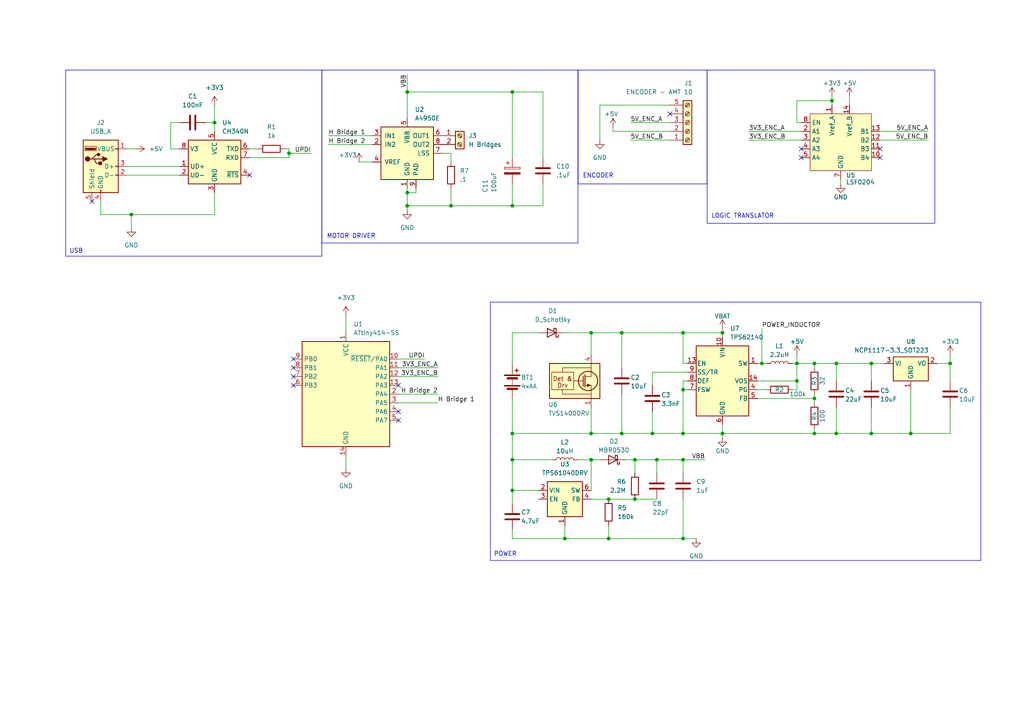
<source format=kicad_sch>
(kicad_sch (version 20231120) (generator "eeschema") (generator_version "8.0")
  (paper "A4")
  (lib_symbols
    (symbol "Connector:Screw_Terminal_01x02" (pin_names (offset 1.016) hide)
      (property "Reference" "J" (at 0 2.54 0))
      (property "Value" "Screw_Terminal_01x02" (at 0 -5.08 0))
      (symbol "Screw_Terminal_01x02_1_1"
        (rectangle (start -1.27 1.27) (end 1.27 -3.81) (stroke (width 0.254)) (fill (type background)))
        (circle (center 0 -2.54) (radius 0.635) (stroke (width 0.1524)))
        (polyline (pts (xy -0.5334 -2.2098) (xy 0.3302 -3.048)) (stroke (width 0.1524)))
        (polyline (pts (xy -0.5334 0.3302) (xy 0.3302 -0.508)) (stroke (width 0.1524)))
        (polyline (pts (xy -0.3556 -2.032) (xy 0.508 -2.8702)) (stroke (width 0.1524)))
        (polyline (pts (xy -0.3556 0.508) (xy 0.508 -0.3302)) (stroke (width 0.1524)))
        (circle (center 0 0) (radius 0.635) (stroke (width 0.1524)))
        (pin passive line (at -5.08 0 0) (length 3.81) (name "Pin_1") (number "1"))
        (pin passive line (at -5.08 -2.54 0) (length 3.81) (name "Pin_2") (number "2"))
      )
    )
    (symbol "Connector:Screw_Terminal_01x05" (pin_names (offset 1.016) hide)
      (property "Reference" "J" (at 0 7.62 0))
      (property "Value" "Screw_Terminal_01x05" (at 0 -7.62 0))
      (symbol "Screw_Terminal_01x05_1_1"
        (rectangle (start -1.27 6.35) (end 1.27 -6.35) (stroke (width 0.254)) (fill (type background)))
        (circle (center 0 -5.08) (radius 0.635) (stroke (width 0.1524)))
        (circle (center 0 -2.54) (radius 0.635) (stroke (width 0.1524)))
        (polyline (pts (xy -0.5334 -4.7498) (xy 0.3302 -5.588)) (stroke (width 0.1524)))
        (polyline (pts (xy -0.5334 -2.2098) (xy 0.3302 -3.048)) (stroke (width 0.1524)))
        (polyline (pts (xy -0.5334 0.3302) (xy 0.3302 -0.508)) (stroke (width 0.1524)))
        (polyline (pts (xy -0.5334 2.8702) (xy 0.3302 2.032)) (stroke (width 0.1524)))
        (polyline (pts (xy -0.5334 5.4102) (xy 0.3302 4.572)) (stroke (width 0.1524)))
        (polyline (pts (xy -0.3556 -4.572) (xy 0.508 -5.4102)) (stroke (width 0.1524)))
        (polyline (pts (xy -0.3556 -2.032) (xy 0.508 -2.8702)) (stroke (width 0.1524)))
        (polyline (pts (xy -0.3556 0.508) (xy 0.508 -0.3302)) (stroke (width 0.1524)))
        (polyline (pts (xy -0.3556 3.048) (xy 0.508 2.2098)) (stroke (width 0.1524)))
        (polyline (pts (xy -0.3556 5.588) (xy 0.508 4.7498)) (stroke (width 0.1524)))
        (circle (center 0 0) (radius 0.635) (stroke (width 0.1524)))
        (circle (center 0 2.54) (radius 0.635) (stroke (width 0.1524)))
        (circle (center 0 5.08) (radius 0.635) (stroke (width 0.1524)))
        (pin passive line (at -5.08 5.08 0) (length 3.81) (name "Pin_1") (number "1"))
        (pin passive line (at -5.08 2.54 0) (length 3.81) (name "Pin_2") (number "2"))
        (pin passive line (at -5.08 0 0) (length 3.81) (name "Pin_3") (number "3"))
        (pin passive line (at -5.08 -2.54 0) (length 3.81) (name "Pin_4") (number "4"))
        (pin passive line (at -5.08 -5.08 0) (length 3.81) (name "Pin_5") (number "5"))
      )
    )
    (symbol "Connector:USB_A" (pin_names (offset 1.016))
      (property "Reference" "J" (at -5.08 11.43 0))
      (property "Value" "USB_A" (at -5.08 8.89 0))
      (symbol "USB_A_0_1"
        (rectangle (start -5.08 -7.62) (end 5.08 7.62) (stroke (width 0.254)) (fill (type background)))
        (circle (center -3.81 2.159) (radius 0.635) (stroke (width 0.254)) (fill (type outline)))
        (rectangle (start -1.524 4.826) (end -4.318 5.334) (fill (type outline)))
        (rectangle (start -1.27 4.572) (end -4.572 5.842))
        (circle (center -0.635 3.429) (radius 0.381) (stroke (width 0.254)) (fill (type outline)))
        (rectangle (start -0.127 -7.62) (end 0.127 -6.858))
        (polyline (pts (xy -3.175 2.159) (xy -2.54 2.159) (xy -1.27 3.429) (xy -0.635 3.429)) (stroke (width 0.254)))
        (polyline (pts (xy -2.54 2.159) (xy -1.905 2.159) (xy -1.27 0.889) (xy 0 0.889)) (stroke (width 0.254)))
        (polyline (pts (xy 0.635 2.794) (xy 0.635 1.524) (xy 1.905 2.159) (xy 0.635 2.794)) (stroke (width 0.254)) (fill (type outline)))
        (rectangle (start 0.254 1.27) (end -0.508 0.508) (stroke (width 0.254)) (fill (type outline)))
        (rectangle (start 5.08 -2.667) (end 4.318 -2.413))
        (rectangle (start 5.08 -0.127) (end 4.318 0.127))
        (rectangle (start 5.08 4.953) (end 4.318 5.207))
      )
      (symbol "USB_A_1_1"
        (polyline (pts (xy -1.905 2.159) (xy 0.635 2.159)) (stroke (width 0.254)))
        (pin power_in line (at 7.62 5.08 180) (length 2.54) (name "VBUS") (number "1"))
        (pin bidirectional line (at 7.62 -2.54 180) (length 2.54) (name "D-") (number "2"))
        (pin bidirectional line (at 7.62 0 180) (length 2.54) (name "D+") (number "3"))
        (pin power_in line (at 0 -10.16 90) (length 2.54) (name "GND") (number "4"))
        (pin passive line (at -2.54 -10.16 90) (length 2.54) (name "Shield") (number "5"))
      )
    )
    (symbol "Device:Battery" (pin_numbers hide) (pin_names (offset 0) hide)
      (property "Reference" "BT" (at 2.54 2.54 0))
      (property "Value" "Battery" (at 2.54 0 0))
      (symbol "Battery_0_1"
        (rectangle (start -2.286 -1.27) (end 2.286 -1.524) (fill (type outline)))
        (rectangle (start -2.286 1.778) (end 2.286 1.524) (fill (type outline)))
        (rectangle (start -1.524 -2.032) (end 1.524 -2.54) (fill (type outline)))
        (rectangle (start -1.524 1.016) (end 1.524 0.508) (fill (type outline)))
        (polyline (pts (xy 0 -1.016) (xy 0 -0.762)))
        (polyline (pts (xy 0 -0.508) (xy 0 -0.254)))
        (polyline (pts (xy 0 0) (xy 0 0.254)))
        (polyline (pts (xy 0 1.778) (xy 0 2.54)))
        (polyline (pts (xy 0.762 3.048) (xy 1.778 3.048)) (stroke (width 0.254)))
        (polyline (pts (xy 1.27 3.556) (xy 1.27 2.54)) (stroke (width 0.254)))
      )
      (symbol "Battery_1_1"
        (pin passive line (at 0 5.08 270) (length 2.54) (name "+") (number "1"))
        (pin passive line (at 0 -5.08 90) (length 2.54) (name "-") (number "2"))
      )
    )
    (symbol "Device:C" (pin_numbers hide) (pin_names (offset 0.254))
      (property "Reference" "C" (at 0.635 2.54 0))
      (property "Value" "C" (at 0.635 -2.54 0))
      (symbol "C_0_1"
        (polyline (pts (xy -2.032 -0.762) (xy 2.032 -0.762)) (stroke (width 0.508)))
        (polyline (pts (xy -2.032 0.762) (xy 2.032 0.762)) (stroke (width 0.508)))
      )
      (symbol "C_1_1"
        (pin passive line (at 0 3.81 270) (length 2.794) (name "~") (number "1"))
        (pin passive line (at 0 -3.81 90) (length 2.794) (name "~") (number "2"))
      )
    )
    (symbol "Device:C_Polarized" (pin_numbers hide) (pin_names (offset 0.254))
      (property "Reference" "C" (at 0.635 2.54 0))
      (property "Value" "C_Polarized" (at 0.635 -2.54 0))
      (symbol "C_Polarized_0_1"
        (rectangle (start -2.286 0.508) (end 2.286 1.016))
        (polyline (pts (xy -1.778 2.286) (xy -0.762 2.286)))
        (polyline (pts (xy -1.27 2.794) (xy -1.27 1.778)))
        (rectangle (start 2.286 -0.508) (end -2.286 -1.016) (fill (type outline)))
      )
      (symbol "C_Polarized_1_1"
        (pin passive line (at 0 3.81 270) (length 2.794) (name "~") (number "1"))
        (pin passive line (at 0 -3.81 90) (length 2.794) (name "~") (number "2"))
      )
    )
    (symbol "Device:D_Schottky" (pin_numbers hide) (pin_names (offset 1.016) hide)
      (property "Reference" "D" (at 0 2.54 0))
      (property "Value" "D_Schottky" (at 0 -2.54 0))
      (symbol "D_Schottky_0_1"
        (polyline (pts (xy 1.27 0) (xy -1.27 0)))
        (polyline (pts (xy 1.27 1.27) (xy 1.27 -1.27) (xy -1.27 0) (xy 1.27 1.27)) (stroke (width 0.254)))
        (polyline (pts (xy -1.905 0.635) (xy -1.905 1.27) (xy -1.27 1.27) (xy -1.27 -1.27) (xy -0.635 -1.27) (xy -0.635 -0.635)) (stroke (width 0.254)))
      )
      (symbol "D_Schottky_1_1"
        (pin passive line (at -3.81 0 0) (length 2.54) (name "K") (number "1"))
        (pin passive line (at 3.81 0 180) (length 2.54) (name "A") (number "2"))
      )
    )
    (symbol "Device:L" (pin_numbers hide) (pin_names (offset 1.016) hide)
      (property "Reference" "L" (at -1.27 0 90))
      (property "Value" "L" (at 1.905 0 90))
      (symbol "L_0_1"
        (arc (start 0 -2.54) (mid 0.6323 -1.905) (end 0 -1.27))
        (arc (start 0 -1.27) (mid 0.6323 -0.635) (end 0 0))
        (arc (start 0 0) (mid 0.6323 0.635) (end 0 1.27))
        (arc (start 0 1.27) (mid 0.6323 1.905) (end 0 2.54))
      )
      (symbol "L_1_1"
        (pin passive line (at 0 3.81 270) (length 1.27) (name "1") (number "1"))
        (pin passive line (at 0 -3.81 90) (length 1.27) (name "2") (number "2"))
      )
    )
    (symbol "Device:R" (pin_numbers hide) (pin_names (offset 0))
      (property "Reference" "R" (at 2.032 0 90))
      (property "Value" "R" (at 0 0 90))
      (symbol "R_0_1"
        (rectangle (start -1.016 -2.54) (end 1.016 2.54) (stroke (width 0.254)))
      )
      (symbol "R_1_1"
        (pin passive line (at 0 3.81 270) (length 1.27) (name "~") (number "1"))
        (pin passive line (at 0 -3.81 90) (length 1.27) (name "~") (number "2"))
      )
    )
    (symbol "Diode:MBR0530" (pin_numbers hide) (pin_names (offset 1.016) hide)
      (property "Reference" "D" (at 0 2.54 0))
      (property "Value" "MBR0530" (at 0 -2.54 0))
      (symbol "MBR0530_0_1"
        (polyline (pts (xy 1.27 0) (xy -1.27 0)))
        (polyline (pts (xy 1.27 1.27) (xy 1.27 -1.27) (xy -1.27 0) (xy 1.27 1.27)) (stroke (width 0.254)))
        (polyline (pts (xy -1.905 0.635) (xy -1.905 1.27) (xy -1.27 1.27) (xy -1.27 -1.27) (xy -0.635 -1.27) (xy -0.635 -0.635)) (stroke (width 0.254)))
      )
      (symbol "MBR0530_1_1"
        (pin passive line (at -3.81 0 0) (length 2.54) (name "K") (number "1"))
        (pin passive line (at 3.81 0 180) (length 2.54) (name "A") (number "2"))
      )
    )
    (symbol "Driver_Motor:A4950E" (pin_names (offset 1.016))
      (property "Reference" "U" (at -7.62 8.89 0))
      (property "Value" "A4950E" (at 5.08 8.89 0))
      (symbol "A4950E_0_1"
        (rectangle (start -7.62 7.62) (end 7.62 -7.62) (stroke (width 0.254)) (fill (type background)))
      )
      (symbol "A4950E_1_1"
        (pin power_in line (at 0 -10.16 90) (length 2.54) (name "GND") (number "1"))
        (pin input line (at -10.16 2.54 0) (length 2.54) (name "IN2") (number "2"))
        (pin input line (at -10.16 5.08 0) (length 2.54) (name "IN1") (number "3"))
        (pin passive line (at -10.16 -2.54 0) (length 2.54) (name "VREF") (number "4"))
        (pin power_in line (at 0 10.16 270) (length 2.54) (name "VBB") (number "5"))
        (pin power_out line (at 10.16 5.08 180) (length 2.54) (name "OUT1") (number "6"))
        (pin power_in line (at 10.16 0 180) (length 2.54) (name "LSS") (number "7"))
        (pin power_out line (at 10.16 2.54 180) (length 2.54) (name "OUT2") (number "8"))
        (pin power_in line (at 2.54 -10.16 90) (length 2.54) (name "PAD") (number "9"))
      )
    )
    (symbol "Interface_USB:CH340N"
      (property "Reference" "U" (at -7.62 6.35 0))
      (property "Value" "CH340N" (at 7.62 6.35 0))
      (symbol "CH340N_0_1"
        (rectangle (start -7.62 5.08) (end 7.62 -7.62) (stroke (width 0.254)) (fill (type background)))
      )
      (symbol "CH340N_1_1"
        (pin bidirectional line (at -10.16 -2.54 0) (length 2.54) (name "UD+") (number "1"))
        (pin bidirectional line (at -10.16 -5.08 0) (length 2.54) (name "UD-") (number "2"))
        (pin power_in line (at 0 -10.16 90) (length 2.54) (name "GND") (number "3"))
        (pin output line (at 10.16 -5.08 180) (length 2.54) (name "~{RTS}") (number "4"))
        (pin power_in line (at 0 7.62 270) (length 2.54) (name "VCC") (number "5"))
        (pin output line (at 10.16 2.54 180) (length 2.54) (name "TXD") (number "6"))
        (pin input line (at 10.16 0 180) (length 2.54) (name "RXD") (number "7"))
        (pin passive line (at -10.16 2.54 0) (length 2.54) (name "V3") (number "8"))
      )
    )
    (symbol "LSF0204:LSF0204"
      (property "Reference" "U" (at 3.302 5.334 0))
      (property "Value" "LSF0204" (at 5.08 -14.224 0))
      (symbol "LSF0204_1_1"
        (rectangle (start -8.89 3.81) (end 8.89 -12.7) (fill (type background)))
        (pin power_in line (at -2.54 6.35 270) (length 2.54) (name "Vref_A") (number "1"))
        (pin bidirectional line (at 11.43 -8.89 180) (length 2.54) (name "B4") (number "10"))
        (pin bidirectional line (at 11.43 -6.35 180) (length 2.54) (name "B3") (number "11"))
        (pin bidirectional line (at 11.43 -3.81 180) (length 2.54) (name "B2") (number "12"))
        (pin bidirectional line (at 11.43 -1.27 180) (length 2.54) (name "B1") (number "13"))
        (pin power_in line (at 2.54 6.35 270) (length 2.54) (name "Vref_B") (number "14"))
        (pin bidirectional line (at -11.43 -1.27 0) (length 2.54) (name "A1") (number "2"))
        (pin bidirectional line (at -11.43 -3.81 0) (length 2.54) (name "A2") (number "3"))
        (pin bidirectional line (at -11.43 -6.35 0) (length 2.54) (name "A3") (number "4"))
        (pin bidirectional line (at -11.43 -8.89 0) (length 2.54) (name "A4") (number "5"))
        (pin power_in line (at 0 -15.24 90) (length 2.54) (name "GND") (number "7"))
        (pin input line (at -11.43 1.27 0) (length 2.54) (name "EN") (number "8"))
      )
    )
    (symbol "MCU_Microchip_ATtiny:ATtiny414-SS"
      (property "Reference" "U" (at -12.7 16.51 0))
      (property "Value" "ATtiny414-SS" (at 2.54 -16.51 0))
      (symbol "ATtiny414-SS_0_1"
        (rectangle (start -12.7 -15.24) (end 12.7 15.24) (stroke (width 0.254)) (fill (type background)))
      )
      (symbol "ATtiny414-SS_1_1"
        (pin power_in line (at 0 17.78 270) (length 2.54) (name "VCC") (number "1"))
        (pin bidirectional line (at 15.24 10.16 180) (length 2.54) (name "~{RESET}/PA0") (number "10"))
        (pin bidirectional line (at 15.24 7.62 180) (length 2.54) (name "PA1") (number "11"))
        (pin bidirectional line (at 15.24 5.08 180) (length 2.54) (name "PA2") (number "12"))
        (pin bidirectional line (at 15.24 2.54 180) (length 2.54) (name "PA3") (number "13"))
        (pin power_in line (at 0 -17.78 90) (length 2.54) (name "GND") (number "14"))
        (pin bidirectional line (at 15.24 0 180) (length 2.54) (name "PA4") (number "2"))
        (pin bidirectional line (at 15.24 -2.54 180) (length 2.54) (name "PA5") (number "3"))
        (pin bidirectional line (at 15.24 -5.08 180) (length 2.54) (name "PA6") (number "4"))
        (pin bidirectional line (at 15.24 -7.62 180) (length 2.54) (name "PA7") (number "5"))
        (pin bidirectional line (at -15.24 2.54 0) (length 2.54) (name "PB3") (number "6"))
        (pin bidirectional line (at -15.24 5.08 0) (length 2.54) (name "PB2") (number "7"))
        (pin bidirectional line (at -15.24 7.62 0) (length 2.54) (name "PB1") (number "8"))
        (pin bidirectional line (at -15.24 10.16 0) (length 2.54) (name "PB0") (number "9"))
      )
    )
    (symbol "Power_Protection:TVS1400DRV" (pin_names (offset 0) hide)
      (property "Reference" "U" (at 2.54 1.27 0))
      (property "Value" "TVS1400DRV" (at 2.54 -1.27 0))
      (symbol "TVS1400DRV_0_0"
        (rectangle (start -11.43 2.54) (end -5.08 -2.54))
        (polyline (pts (xy 0 1.27) (xy -1.778 1.27)))
        (polyline (pts (xy -8.255 -2.54) (xy -8.255 -3.81) (xy 0 -3.81)))
        (polyline (pts (xy -8.255 2.54) (xy -8.255 3.81) (xy 0 3.81)))
        (text "Det &" (at -8.255 0.635 0) (effects (font (size 1.27 1.27))))
        (text "Drv" (at -8.255 -1.27 0) (effects (font (size 1.27 1.27))))
      )
      (symbol "TVS1400DRV_0_1"
        (rectangle (start -12.065 5.08) (end 2.54 -5.08) (stroke (width 0.254)) (fill (type background)))
        (circle (center -0.889 0) (radius 2.794) (stroke (width 0.254)))
        (polyline (pts (xy -2.286 0) (xy -5.08 0)))
        (polyline (pts (xy -2.286 1.397) (xy -2.286 -1.524)) (stroke (width 0.254)))
        (polyline (pts (xy -1.778 1.778) (xy -1.778 -1.778)) (stroke (width 0.254)))
        (polyline (pts (xy 0 -2.54) (xy 0 -5.08)))
        (polyline (pts (xy 0 2.54) (xy 0 1.27)))
        (polyline (pts (xy 0 5.08) (xy 0 2.54)))
        (polyline (pts (xy 0 -2.54) (xy 0 -1.27) (xy -1.778 -1.27)))
        (polyline (pts (xy -0.127 -1.27) (xy -1.143 -1.651) (xy -1.143 -0.889) (xy -0.127 -1.27)) (fill (type outline)))
      )
      (symbol "TVS1400DRV_1_1"
        (pin power_in line (at 0 -7.62 90) (length 2.54) (name "GND") (number "1"))
        (pin passive line (at 0 -7.62 90) (length 2.54) hide (name "GND") (number "2"))
        (pin passive line (at 0 -7.62 90) (length 2.54) hide (name "GND") (number "3"))
        (pin passive line (at 0 7.62 270) (length 2.54) (name "IN") (number "4"))
        (pin passive line (at 0 7.62 270) (length 2.54) hide (name "IN") (number "5"))
        (pin passive line (at 0 7.62 270) (length 2.54) hide (name "IN") (number "6"))
        (pin passive line (at 0 -7.62 90) (length 2.54) hide (name "GND") (number "7"))
      )
    )
    (symbol "Regulator_Linear:NCP1117-3.3_SOT223"
      (property "Reference" "U" (at -3.81 3.175 0))
      (property "Value" "NCP1117-3.3_SOT223" (at 0 3.175 0))
      (symbol "NCP1117-3.3_SOT223_0_1"
        (rectangle (start -5.08 -5.08) (end 5.08 1.905) (stroke (width 0.254)) (fill (type background)))
      )
      (symbol "NCP1117-3.3_SOT223_1_1"
        (pin power_in line (at 0 -7.62 90) (length 2.54) (name "GND") (number "1"))
        (pin power_out line (at 7.62 0 180) (length 2.54) (name "VO") (number "2"))
        (pin power_in line (at -7.62 0 0) (length 2.54) (name "VI") (number "3"))
      )
    )
    (symbol "Regulator_Switching:TPS61040DRV"
      (property "Reference" "U" (at -5.08 6.35 0))
      (property "Value" "TPS61040DRV" (at 0 6.35 0))
      (symbol "TPS61040DRV_0_1"
        (rectangle (start -5.08 5.08) (end 5.08 -5.08) (stroke (width 0.254)) (fill (type background)))
      )
      (symbol "TPS61040DRV_1_1"
        (pin power_in line (at 0 -7.62 90) (length 2.54) (name "GND") (number "1"))
        (pin power_in line (at -7.62 2.54 0) (length 2.54) (name "VIN") (number "2"))
        (pin input line (at -7.62 0 0) (length 2.54) (name "EN") (number "3"))
        (pin input line (at 7.62 0 180) (length 2.54) (name "FB") (number "4"))
        (pin no_connect line (at 5.08 -2.54 180) (length 2.54) hide (name "NC") (number "5"))
        (pin power_out line (at 7.62 2.54 180) (length 2.54) (name "SW") (number "6"))
      )
    )
    (symbol "Regulator_Switching:TPS62140" (pin_names (offset 0.254))
      (property "Reference" "U" (at 3.81 13.97 0))
      (property "Value" "TPS62140" (at 3.81 11.43 0))
      (symbol "TPS62140_0_1"
        (rectangle (start -7.62 10.16) (end 7.62 -10.16) (stroke (width 0.254)) (fill (type background)))
      )
      (symbol "TPS62140_1_1"
        (pin output line (at 10.16 5.08 180) (length 2.54) (name "SW") (number "1"))
        (pin power_in line (at 0 12.7 270) (length 2.54) (name "VIN") (number "10"))
        (pin passive line (at 0 12.7 270) (length 2.54) hide (name "VIN") (number "11"))
        (pin passive line (at 0 12.7 270) (length 2.54) hide (name "VIN") (number "12"))
        (pin input line (at -10.16 5.08 0) (length 2.54) (name "EN") (number "13"))
        (pin input line (at 10.16 0 180) (length 2.54) (name "VOS") (number "14"))
        (pin passive line (at 0 -12.7 90) (length 2.54) hide (name "GND") (number "15"))
        (pin passive line (at 0 -12.7 90) (length 2.54) hide (name "GND") (number "16"))
        (pin passive line (at 0 -12.7 90) (length 2.54) hide (name "GND") (number "17"))
        (pin passive line (at 10.16 5.08 180) (length 2.54) hide (name "SW") (number "2"))
        (pin passive line (at 10.16 5.08 180) (length 2.54) hide (name "SW") (number "3"))
        (pin open_collector line (at 10.16 -2.54 180) (length 2.54) (name "PG") (number "4"))
        (pin input line (at 10.16 -5.08 180) (length 2.54) (name "FB") (number "5"))
        (pin power_in line (at 0 -12.7 90) (length 2.54) (name "GND") (number "6"))
        (pin input line (at -10.16 -2.54 0) (length 2.54) (name "FSW") (number "7"))
        (pin input line (at -10.16 0 0) (length 2.54) (name "DEF") (number "8"))
        (pin input line (at -10.16 2.54 0) (length 2.54) (name "SS/TR") (number "9"))
      )
    )
    (symbol "power:+3V3" (power) (pin_names (offset 0))
      (property "Value" "+3V3" (at 0 3.556 0))
      (symbol "+3V3_0_1"
        (polyline (pts (xy -0.762 1.27) (xy 0 2.54)))
        (polyline (pts (xy 0 0) (xy 0 2.54)))
        (polyline (pts (xy 0 2.54) (xy 0.762 1.27)))
      )
      (symbol "+3V3_1_1"
        (pin power_in line (at 0 0 90) (length 0) hide (name "+3V3") (number "1"))
      )
    )
    (symbol "power:+5V" (power) (pin_names (offset 0))
      (property "Value" "+5V" (at 0 3.556 0))
      (symbol "+5V_0_1"
        (polyline (pts (xy -0.762 1.27) (xy 0 2.54)))
        (polyline (pts (xy 0 0) (xy 0 2.54)))
        (polyline (pts (xy 0 2.54) (xy 0.762 1.27)))
      )
      (symbol "+5V_1_1"
        (pin power_in line (at 0 0 90) (length 0) hide (name "+5V") (number "1"))
      )
    )
    (symbol "power:GND" (power) (pin_names (offset 0))
      (property "Value" "GND" (at 0 -3.81 0))
      (symbol "GND_0_1"
        (polyline (pts (xy 0 0) (xy 0 -1.27) (xy 1.27 -1.27) (xy 0 -2.54) (xy -1.27 -1.27) (xy 0 -1.27)))
      )
      (symbol "GND_1_1"
        (pin power_in line (at 0 0 270) (length 0) hide (name "GND") (number "1"))
      )
    )
  )
  (junction (at 38.1 62.23))
  (junction (at 220.98 105.41))
  (junction (at 130.81 59.69))
  (junction (at 176.53 144.78))
  (junction (at 209.55 96.52))
  (junction (at 118.11 59.69))
  (junction (at 148.59 59.69))
  (junction (at 148.59 125.73))
  (junction (at 180.34 96.52))
  (junction (at 118.11 55.88))
  (junction (at 83.82 44.45))
  (junction (at 184.15 144.78))
  (junction (at 184.15 133.35))
  (junction (at 236.22 125.73))
  (junction (at 171.45 133.35))
  (junction (at 198.12 156.21))
  (junction (at 198.12 133.35))
  (junction (at 189.23 125.73))
  (junction (at 190.5 133.35))
  (junction (at 198.12 113.03))
  (junction (at 242.57 125.73))
  (junction (at 242.57 105.41))
  (junction (at 241.3 29.21))
  (junction (at 163.83 156.21))
  (junction (at 148.59 26.67))
  (junction (at 209.55 125.73))
  (junction (at 264.16 125.73))
  (junction (at 198.12 96.52))
  (junction (at 252.73 125.73))
  (junction (at 148.59 142.24))
  (junction (at 118.11 26.67))
  (junction (at 236.22 115.57))
  (junction (at 148.59 133.35))
  (junction (at 171.45 125.73))
  (junction (at 171.45 96.52))
  (junction (at 62.23 35.56))
  (junction (at 198.12 125.73))
  (junction (at 231.14 105.41))
  (junction (at 176.53 156.21))
  (junction (at 180.34 125.73))
  (junction (at 275.59 105.41))
  (junction (at 231.14 110.49))
  (junction (at 252.73 105.41))
  (junction (at 236.22 105.41))
  (no_connect (at 26.67 58.42))
  (no_connect (at 194.31 33.02))
  (no_connect (at 115.57 111.76))
  (no_connect (at 85.09 111.76))
  (no_connect (at 255.27 45.72))
  (no_connect (at 255.27 43.18))
  (no_connect (at 115.57 119.38))
  (no_connect (at 232.41 43.18))
  (no_connect (at 232.41 45.72))
  (no_connect (at 85.09 104.14))
  (no_connect (at 85.09 106.68))
  (no_connect (at 115.57 121.92))
  (no_connect (at 72.39 50.8))
  (no_connect (at 85.09 109.22))
  (wire (pts (xy 118.11 55.88) (xy 118.11 59.69)))
  (wire (pts (xy 199.39 110.49) (xy 198.12 110.49)))
  (wire (pts (xy 173.99 30.48) (xy 173.99 40.64)))
  (wire (pts (xy 242.57 125.73) (xy 252.73 125.73)))
  (wire (pts (xy 252.73 105.41) (xy 252.73 110.49)))
  (wire (pts (xy 255.27 40.64) (xy 269.24 40.64)))
  (wire (pts (xy 176.53 156.21) (xy 198.12 156.21)))
  (wire (pts (xy 231.14 105.41) (xy 229.87 105.41)))
  (wire (pts (xy 219.71 115.57) (xy 236.22 115.57)))
  (wire (pts (xy 236.22 105.41) (xy 242.57 105.41)))
  (wire (pts (xy 236.22 115.57) (xy 236.22 116.84)))
  (wire (pts (xy 209.55 123.19) (xy 209.55 125.73)))
  (wire (pts (xy 115.57 104.14) (xy 123.19 104.14)))
  (wire (pts (xy 148.59 26.67) (xy 148.59 45.72)))
  (wire (pts (xy 104.14 46.99) (xy 107.95 46.99)))
  (wire (pts (xy 199.39 107.95) (xy 189.23 107.95)))
  (wire (pts (xy 275.59 125.73) (xy 275.59 118.11)))
  (wire (pts (xy 194.31 30.48) (xy 173.99 30.48)))
  (wire (pts (xy 242.57 118.11) (xy 242.57 125.73)))
  (wire (pts (xy 130.81 54.61) (xy 130.81 59.69)))
  (wire (pts (xy 231.14 35.56) (xy 232.41 35.56)))
  (wire (pts (xy 189.23 119.38) (xy 189.23 125.73)))
  (wire (pts (xy 115.57 109.22) (xy 127 109.22)))
  (wire (pts (xy 219.71 105.41) (xy 220.98 105.41)))
  (wire (pts (xy 236.22 114.3) (xy 236.22 115.57)))
  (wire (pts (xy 118.11 21.59) (xy 118.11 26.67)))
  (wire (pts (xy 242.57 105.41) (xy 242.57 110.49)))
  (wire (pts (xy 171.45 118.11) (xy 171.45 125.73)))
  (wire (pts (xy 171.45 96.52) (xy 171.45 102.87)))
  (wire (pts (xy 115.57 114.3) (xy 127 114.3)))
  (wire (pts (xy 83.82 43.18) (xy 82.55 43.18)))
  (wire (pts (xy 220.98 95.25) (xy 220.98 105.41)))
  (wire (pts (xy 148.59 133.35) (xy 148.59 142.24)))
  (wire (pts (xy 148.59 59.69) (xy 157.48 59.69)))
  (wire (pts (xy 198.12 133.35) (xy 198.12 137.16)))
  (wire (pts (xy 83.82 43.18) (xy 83.82 44.45)))
  (wire (pts (xy 36.83 43.18) (xy 39.37 43.18)))
  (wire (pts (xy 148.59 146.05) (xy 148.59 142.24)))
  (wire (pts (xy 180.34 106.68) (xy 180.34 96.52)))
  (wire (pts (xy 231.14 113.03) (xy 229.87 113.03)))
  (wire (pts (xy 148.59 156.21) (xy 163.83 156.21)))
  (wire (pts (xy 148.59 142.24) (xy 156.21 142.24)))
  (wire (pts (xy 36.83 50.8) (xy 52.07 50.8)))
  (wire (pts (xy 236.22 124.46) (xy 236.22 125.73)))
  (wire (pts (xy 100.33 132.08) (xy 100.33 135.89)))
  (wire (pts (xy 167.64 133.35) (xy 171.45 133.35)))
  (wire (pts (xy 62.23 62.23) (xy 62.23 55.88)))
  (wire (pts (xy 180.34 125.73) (xy 189.23 125.73)))
  (wire (pts (xy 199.39 113.03) (xy 198.12 113.03)))
  (wire (pts (xy 231.14 110.49) (xy 231.14 105.41)))
  (wire (pts (xy 72.39 43.18) (xy 74.93 43.18)))
  (wire (pts (xy 148.59 125.73) (xy 148.59 133.35)))
  (wire (pts (xy 180.34 114.3) (xy 180.34 125.73)))
  (wire (pts (xy 252.73 118.11) (xy 252.73 125.73)))
  (wire (pts (xy 62.23 35.56) (xy 62.23 38.1)))
  (wire (pts (xy 182.88 35.56) (xy 194.31 35.56)))
  (wire (pts (xy 198.12 144.78) (xy 198.12 156.21)))
  (wire (pts (xy 209.55 125.73) (xy 236.22 125.73)))
  (wire (pts (xy 163.83 96.52) (xy 171.45 96.52)))
  (wire (pts (xy 148.59 26.67) (xy 157.48 26.67)))
  (wire (pts (xy 38.1 62.23) (xy 38.1 66.04)))
  (wire (pts (xy 241.3 30.48) (xy 241.3 29.21)))
  (wire (pts (xy 148.59 153.67) (xy 148.59 156.21)))
  (wire (pts (xy 241.3 29.21) (xy 231.14 29.21)))
  (wire (pts (xy 190.5 133.35) (xy 190.5 137.16)))
  (wire (pts (xy 189.23 125.73) (xy 198.12 125.73)))
  (wire (pts (xy 148.59 105.41) (xy 148.59 96.52)))
  (wire (pts (xy 176.53 144.78) (xy 184.15 144.78)))
  (wire (pts (xy 198.12 96.52) (xy 209.55 96.52)))
  (wire (pts (xy 148.59 53.34) (xy 148.59 59.69)))
  (wire (pts (xy 255.27 38.1) (xy 269.24 38.1)))
  (wire (pts (xy 62.23 30.48) (xy 62.23 35.56)))
  (wire (pts (xy 199.39 105.41) (xy 198.12 105.41)))
  (wire (pts (xy 52.07 35.56) (xy 49.53 35.56)))
  (wire (pts (xy 171.45 125.73) (xy 180.34 125.73)))
  (wire (pts (xy 148.59 133.35) (xy 160.02 133.35)))
  (wire (pts (xy 83.82 45.72) (xy 72.39 45.72)))
  (wire (pts (xy 176.53 152.4) (xy 176.53 156.21)))
  (wire (pts (xy 118.11 26.67) (xy 118.11 34.29)))
  (wire (pts (xy 115.57 106.68) (xy 127 106.68)))
  (wire (pts (xy 59.69 35.56) (xy 62.23 35.56)))
  (wire (pts (xy 217.17 40.64) (xy 232.41 40.64)))
  (wire (pts (xy 246.38 27.94) (xy 246.38 30.48)))
  (wire (pts (xy 29.21 62.23) (xy 29.21 58.42)))
  (wire (pts (xy 128.27 44.45) (xy 130.81 44.45)))
  (wire (pts (xy 184.15 144.78) (xy 190.5 144.78)))
  (wire (pts (xy 157.48 26.67) (xy 157.48 45.72)))
  (wire (pts (xy 182.88 40.64) (xy 194.31 40.64)))
  (wire (pts (xy 100.33 91.44) (xy 100.33 96.52)))
  (wire (pts (xy 252.73 125.73) (xy 264.16 125.73)))
  (wire (pts (xy 243.84 52.07) (xy 243.84 53.34)))
  (wire (pts (xy 275.59 105.41) (xy 275.59 102.87)))
  (wire (pts (xy 236.22 125.73) (xy 242.57 125.73)))
  (wire (pts (xy 271.78 105.41) (xy 275.59 105.41)))
  (wire (pts (xy 217.17 38.1) (xy 232.41 38.1)))
  (wire (pts (xy 198.12 113.03) (xy 198.12 125.73)))
  (wire (pts (xy 115.57 116.84) (xy 127 116.84)))
  (wire (pts (xy 231.14 105.41) (xy 236.22 105.41)))
  (wire (pts (xy 231.14 102.87) (xy 231.14 105.41)))
  (wire (pts (xy 163.83 156.21) (xy 176.53 156.21)))
  (wire (pts (xy 209.55 125.73) (xy 198.12 125.73)))
  (wire (pts (xy 209.55 96.52) (xy 209.55 97.79)))
  (wire (pts (xy 198.12 133.35) (xy 204.47 133.35)))
  (wire (pts (xy 236.22 105.41) (xy 236.22 106.68)))
  (wire (pts (xy 118.11 59.69) (xy 130.81 59.69)))
  (wire (pts (xy 130.81 44.45) (xy 130.81 46.99)))
  (wire (pts (xy 219.71 110.49) (xy 231.14 110.49)))
  (wire (pts (xy 241.3 27.94) (xy 241.3 29.21)))
  (wire (pts (xy 231.14 110.49) (xy 231.14 113.03)))
  (wire (pts (xy 120.65 55.88) (xy 118.11 55.88)))
  (wire (pts (xy 95.25 41.91) (xy 107.95 41.91)))
  (wire (pts (xy 90.17 44.45) (xy 83.82 44.45)))
  (wire (pts (xy 130.81 59.69) (xy 148.59 59.69)))
  (wire (pts (xy 189.23 107.95) (xy 189.23 111.76)))
  (wire (pts (xy 83.82 44.45) (xy 83.82 45.72)))
  (wire (pts (xy 198.12 96.52) (xy 198.12 105.41)))
  (wire (pts (xy 118.11 54.61) (xy 118.11 55.88)))
  (wire (pts (xy 198.12 110.49) (xy 198.12 113.03)))
  (wire (pts (xy 148.59 125.73) (xy 148.59 115.57)))
  (wire (pts (xy 220.98 105.41) (xy 222.25 105.41)))
  (wire (pts (xy 264.16 125.73) (xy 275.59 125.73)))
  (wire (pts (xy 219.71 113.03) (xy 222.25 113.03)))
  (wire (pts (xy 171.45 133.35) (xy 171.45 142.24)))
  (wire (pts (xy 38.1 62.23) (xy 62.23 62.23)))
  (wire (pts (xy 171.45 144.78) (xy 176.53 144.78)))
  (wire (pts (xy 275.59 105.41) (xy 275.59 110.49)))
  (wire (pts (xy 181.61 133.35) (xy 184.15 133.35)))
  (wire (pts (xy 242.57 105.41) (xy 252.73 105.41)))
  (wire (pts (xy 209.55 95.25) (xy 209.55 96.52)))
  (wire (pts (xy 231.14 29.21) (xy 231.14 35.56)))
  (wire (pts (xy 180.34 96.52) (xy 198.12 96.52)))
  (wire (pts (xy 264.16 113.03) (xy 264.16 125.73)))
  (wire (pts (xy 198.12 156.21) (xy 201.93 156.21)))
  (wire (pts (xy 190.5 133.35) (xy 198.12 133.35)))
  (wire (pts (xy 120.65 54.61) (xy 120.65 55.88)))
  (wire (pts (xy 36.83 48.26) (xy 52.07 48.26)))
  (wire (pts (xy 171.45 133.35) (xy 173.99 133.35)))
  (wire (pts (xy 157.48 59.69) (xy 157.48 53.34)))
  (wire (pts (xy 163.83 152.4) (xy 163.83 156.21)))
  (wire (pts (xy 171.45 96.52) (xy 180.34 96.52)))
  (wire (pts (xy 252.73 105.41) (xy 256.54 105.41)))
  (wire (pts (xy 184.15 133.35) (xy 184.15 137.16)))
  (wire (pts (xy 118.11 26.67) (xy 148.59 26.67)))
  (wire (pts (xy 95.25 39.37) (xy 107.95 39.37)))
  (wire (pts (xy 194.31 38.1) (xy 177.8 38.1)))
  (wire (pts (xy 118.11 59.69) (xy 118.11 60.96)))
  (wire (pts (xy 49.53 43.18) (xy 52.07 43.18)))
  (wire (pts (xy 29.21 62.23) (xy 38.1 62.23)))
  (wire (pts (xy 148.59 125.73) (xy 171.45 125.73)))
  (wire (pts (xy 49.53 35.56) (xy 49.53 43.18)))
  (wire (pts (xy 177.8 38.1) (xy 177.8 36.83)))
  (wire (pts (xy 148.59 96.52) (xy 156.21 96.52)))
  (wire (pts (xy 184.15 133.35) (xy 190.5 133.35)))
  (wire (pts (xy 209.55 125.73) (xy 209.55 127)))
  (rectangle (start 19.05 20.32) (end 93.345 74.295))
  (rectangle (start 142.24 87.63) (end 284.48 162.56))
  (rectangle (start 93.345 20.32) (end 167.64 70.485))
  (rectangle (start 205.105 20.32) (end 271.145 64.77))
  (rectangle (start 167.64 20.32) (end 205.105 53.34))
  (text "POWER" (at 146.558 160.782 0) (effects (font (size 1.27 1.27))))
  (text "LOGIC TRANSLATOR\n" (at 215.392 62.738 0) (effects (font (size 1.27 1.27))))
  (text "USB" (at 22.098 72.898 0) (effects (font (size 1.27 1.27))))
  (text "ENCODER\n" (at 173.482 51.054 0) (effects (font (size 1.27 1.27))))
  (text "MOTOR DRIVER" (at 101.854 68.58 0) (effects (font (size 1.27 1.27))))
  (label "5V_ENC_B" (at 182.88 40.64 0))
  (label "5V_ENC_A" (at 269.24 38.1 180))
  (label "VBB" (at 204.47 133.35 180))
  (label "UPDI" (at 123.19 104.14 180))
  (label "H Bridge 2" (at 95.25 41.91 0))
  (label "3V3_ENC_B" (at 217.17 40.64 0))
  (label "UPDI" (at 90.17 44.45 180))
  (label "POWER_INDUCTOR" (at 220.98 95.25 0))
  (label "3V3_ENC_A" (at 217.17 38.1 0))
  (label "VBB" (at 118.11 21.59 270))
  (label "H Bridge 2" (at 127 114.3 180))
  (label "5V_ENC_A" (at 182.88 35.56 0))
  (label "H Bridge 1" (at 127 116.84 0))
  (label "5V_ENC_B" (at 269.24 40.64 180))
  (label "H Bridge 1" (at 95.25 39.37 0))
  (label "3V3_ENC_B" (at 127 109.22 180))
  (label "3V3_ENC_A" (at 127 106.68 180))
  (symbol (lib_id "Device:R") (at 176.53 148.59 0) (unit 1)
    (property "Reference" "R5" (at 179.07 147.3199 0) (effects (justify left)))
    (property "Value" "160k" (at 179.07 149.8599 0) (effects (justify left)))
    (property "Footprint" "Resistor_SMD:R_0603_1608Metric" (effects (hide yes)))
    (property "Description" "Resistor" (effects (hide yes)))
  )
  (symbol (lib_id "power:GND") (at 38.1 66.04 0) (unit 1)
    (property "Reference" "#PWR06" (effects (hide yes)))
    (property "Value" "GND" (at 38.1 71.12 0))
    (property "Description" "Power symbol creates a global label with name \"GND\" , ground" (effects (hide yes)))
  )
  (symbol (lib_id "Regulator_Switching:TPS61040DRV") (at 163.83 144.78 0) (unit 1)
    (property "Reference" "U3" (at 163.83 134.62 0))
    (property "Value" "TPS61040DRV" (at 163.83 137.16 0))
    (property "Footprint" "Package_SON:WSON-6-1EP_2x2mm_P0.65mm_EP1x1.6mm" (effects (hide yes)))
    (property "Datasheet" "https://www.ti.com/lit/ds/symlink/tps61040.pdf" (effects (hide yes)))
    (property "Description" "Synchronous Boost Regulator, Adjustable Output up to 28V, 400 mA Switch Current Limit, WSON-6" (effects (hide yes)))
  )
  (symbol (lib_id "Device:R") (at 130.81 50.8 0) (unit 1)
    (property "Reference" "R7" (at 133.35 49.5299 0) (effects (justify left)))
    (property "Value" ".1" (at 133.35 52.0699 0) (effects (justify left)))
    (property "Footprint" "Resistor_SMD:R_0603_1608Metric" (effects (hide yes)))
    (property "Description" "Resistor" (effects (hide yes)))
  )
  (symbol (lib_id "power:GND") (at 201.93 156.21 0) (unit 1)
    (property "Reference" "#PWR011" (effects (hide yes)))
    (property "Value" "GND" (at 201.93 161.29 0))
    (property "Description" "Power symbol creates a global label with name \"GND\" , ground" (effects (hide yes)))
  )
  (symbol (lib_id "Device:R") (at 78.74 43.18 90) (unit 1)
    (property "Reference" "R1" (at 78.74 36.83 90))
    (property "Value" "1k" (at 78.74 39.37 90))
    (property "Footprint" "Resistor_SMD:R_0603_1608Metric" (effects (hide yes)))
    (property "Description" "Resistor" (effects (hide yes)))
  )
  (symbol (lib_id "Device:R") (at 226.06 113.03 90) (unit 1)
    (property "Reference" "R2" (at 226.06 113.03 90))
    (property "Value" "100k" (at 231.394 114.3 90))
    (property "Footprint" "Resistor_SMD:R_0603_1608Metric" (effects (hide yes)))
    (property "Description" "Resistor" (effects (hide yes)))
  )
  (symbol (lib_id "Device:C") (at 157.48 49.53 0) (unit 1)
    (property "Reference" "C10" (at 161.29 48.2599 0) (effects (justify left)))
    (property "Value" ".1uF" (at 161.29 50.7999 0) (effects (justify left)))
    (property "Footprint" "Capacitor_SMD:C_0603_1608Metric" (effects (hide yes)))
    (property "Description" "Unpolarized capacitor" (effects (hide yes)))
  )
  (symbol (lib_id "Device:L") (at 163.83 133.35 90) (unit 1)
    (property "Reference" "L2" (at 163.83 128.27 90))
    (property "Value" "10uH" (at 163.83 130.81 90))
    (property "Footprint" "Inductor_SMD:L_Vishay_IHLP-1212" (effects (hide yes)))
    (property "Description" "Inductor" (effects (hide yes)))
  )
  (symbol (lib_id "power:GND") (at 118.11 60.96 0) (unit 1)
    (property "Reference" "#PWR012" (effects (hide yes)))
    (property "Value" "GND" (at 118.11 66.04 0))
    (property "Description" "Power symbol creates a global label with name \"GND\" , ground" (effects (hide yes)))
  )
  (symbol (lib_id "Device:R") (at 236.22 120.65 180) (unit 1)
    (property "Reference" "R4" (at 236.22 120.65 90))
    (property "Value" "100" (at 238.506 120.65 90))
    (property "Footprint" "Resistor_SMD:R_0603_1608Metric" (effects (hide yes)))
    (property "Description" "Resistor" (effects (hide yes)))
  )
  (symbol (lib_id "power:+3V3") (at 275.59 102.87 0) (unit 1)
    (property "Reference" "#PWR010" (effects (hide yes)))
    (property "Value" "+3V3" (at 275.59 99.06 0))
    (property "Description" "Power symbol creates a global label with name \"+3V3\"" (effects (hide yes)))
  )
  (symbol (lib_id "Connector:USB_A") (at 29.21 48.26 0) (unit 1)
    (property "Reference" "J2" (at 29.21 35.56 0))
    (property "Value" "USB_A" (at 29.21 38.1 0))
    (property "Footprint" "Connector_USB:USB3_A_Molex_48393-001" (effects (hide yes)))
    (property "Description" "USB Type A connector" (effects (hide yes)))
  )
  (symbol (lib_id "Device:R") (at 184.15 140.97 0) (mirror y) (unit 1)
    (property "Reference" "R6" (at 181.61 139.6999 0) (effects (justify left)))
    (property "Value" "2.2M" (at 181.61 142.2399 0) (effects (justify left)))
    (property "Footprint" "Resistor_SMD:R_0603_1608Metric" (effects (hide yes)))
    (property "Description" "Resistor" (effects (hide yes)))
  )
  (symbol (lib_id "Regulator_Linear:NCP1117-3.3_SOT223") (at 264.16 105.41 0) (unit 1)
    (property "Reference" "U8" (at 264.16 99.06 0))
    (property "Value" "NCP1117-3.3_SOT223" (at 258.572 101.6 0))
    (property "Footprint" "Package_TO_SOT_SMD:SOT-223-3_TabPin2" (effects (hide yes)))
    (property "Datasheet" "http://www.onsemi.com/pub_link/Collateral/NCP1117-D.PDF" (effects (hide yes)))
    (property "Description" "1A Low drop-out regulator, Fixed Output 3.3V, SOT-223" (effects (hide yes)))
  )
  (symbol (lib_id "MCU_Microchip_ATtiny:ATtiny414-SS") (at 100.33 114.3 0) (unit 1)
    (property "Reference" "U1" (at 102.5241 93.98 0) (effects (justify left)))
    (property "Value" "ATtiny414-SS" (at 102.5241 96.52 0) (effects (justify left)))
    (property "Footprint" "Package_SO:SOIC-14_3.9x8.7mm_P1.27mm" (effects (hide yes)))
    (property "Datasheet" "http://ww1.microchip.com/downloads/en/DeviceDoc/40001912A.pdf" (effects (hide yes)))
    (property "Description" "20MHz, 4kB Flash, 256B SRAM, 128B EEPROM, SOIC-14" (effects (hide yes)))
  )
  (symbol (lib_id "Device:C") (at 242.57 114.3 0) (unit 1)
    (property "Reference" "C4" (at 245.11 113.284 0) (effects (justify left)))
    (property "Value" "22uF" (at 245.11 115.824 0) (effects (justify left)))
    (property "Footprint" "Capacitor_SMD:C_0805_2012Metric" (effects (hide yes)))
    (property "Description" "Unpolarized capacitor" (effects (hide yes)))
  )
  (symbol (lib_id "Connector:Screw_Terminal_01x02") (at 133.35 39.37 0) (unit 1)
    (property "Reference" "J3" (at 135.89 39.3699 0) (effects (justify left)))
    (property "Value" "H Bridges" (at 135.89 41.9099 0) (effects (justify left)))
    (property "Footprint" "TerminalBlock_Phoenix:TerminalBlock_Phoenix_PT-1,5-2-5.0-H_1x02_P5.00mm_Horizontal" (effects (hide yes)))
    (property "Description" "Generic screw terminal, single row, 01x02, script generated (kicad-library-utils/schlib/autogen/connector/)" (effects (hide yes)))
  )
  (symbol (lib_id "Device:C") (at 180.34 110.49 0) (unit 1)
    (property "Reference" "C2" (at 182.88 109.474 0) (effects (justify left)))
    (property "Value" "10uF" (at 182.88 112.014 0) (effects (justify left)))
    (property "Footprint" "Capacitor_SMD:C_0805_2012Metric" (effects (hide yes)))
    (property "Description" "Unpolarized capacitor" (effects (hide yes)))
  )
  (symbol (lib_id "Device:C") (at 189.23 115.57 0) (unit 1)
    (property "Reference" "C3" (at 191.77 114.554 0) (effects (justify left)))
    (property "Value" "3.3nF" (at 191.77 117.094 0) (effects (justify left)))
    (property "Footprint" "Capacitor_SMD:C_0603_1608Metric" (effects (hide yes)))
    (property "Description" "Unpolarized capacitor" (effects (hide yes)))
  )
  (symbol (lib_id "Device:R") (at 236.22 110.49 180) (unit 1)
    (property "Reference" "R3" (at 236.22 110.49 90))
    (property "Value" "32" (at 238.506 110.49 90))
    (property "Footprint" "Resistor_SMD:R_0603_1608Metric" (effects (hide yes)))
    (property "Description" "Resistor" (effects (hide yes)))
  )
  (symbol (lib_id "LSF0204:LSF0204") (at 243.84 36.83 0) (unit 1)
    (property "Reference" "U5" (at 245.364 50.8 0) (effects (justify left)))
    (property "Value" "LSF0204" (at 245.364 52.832 0) (effects (justify left)))
    (property "Footprint" "Package_DFN_QFN:Texas_S-PVQFN-N14" (effects (hide yes)))
    (property "Datasheet" "https://www.ti.com/lit/ds/symlink/lsf0204.pdf?ts=1738516650001&ref_url=https%253A%252F%252Fwww.ti.com%252Fproduct%252FLSF0204" (effects (hide yes)))
  )
  (symbol (lib_id "Diode:MBR0530") (at 177.8 133.35 180) (unit 1)
    (property "Reference" "D2" (at 178.054 128.016 0))
    (property "Value" "MBR0530" (at 178.054 130.556 0))
    (property "Footprint" "Diode_SMD:D_SOD-123" (effects (hide yes)))
    (property "Datasheet" "http://www.mccsemi.com/up_pdf/MBR0520~MBR0580(SOD123).pdf" (effects (hide yes)))
    (property "Description" "30V 0.5A Schottky Power Rectifier Diode, SOD-123" (effects (hide yes)))
  )
  (symbol (lib_id "power:+5V") (at 231.14 102.87 0) (unit 1)
    (property "Reference" "#PWR09" (effects (hide yes)))
    (property "Value" "+5V" (at 231.14 99.06 0))
    (property "Description" "Power symbol creates a global label with name \"+5V\"" (effects (hide yes)))
  )
  (symbol (lib_id "Connector:Screw_Terminal_01x05") (at 199.39 35.56 0) (mirror x) (unit 1)
    (property "Reference" "J1" (at 199.644 24.13 0))
    (property "Value" "ENCODER - AMT 10" (at 191.262 26.67 0))
    (property "Footprint" "TerminalBlock_Phoenix:TerminalBlock_Phoenix_PT-1,5-5-5.0-H_1x05_P5.00mm_Horizontal" (effects (hide yes)))
    (property "Description" "Generic screw terminal, single row, 01x05, script generated (kicad-library-utils/schlib/autogen/connector/)" (effects (hide yes)))
  )
  (symbol (lib_id "power:+5V") (at 39.37 43.18 270) (unit 1)
    (property "Reference" "#PWR02" (effects (hide yes)))
    (property "Value" "+5V" (at 43.18 43.1799 90) (effects (justify left)))
    (property "Description" "Power symbol creates a global label with name \"+5V\"" (effects (hide yes)))
  )
  (symbol (lib_id "Power_Protection:TVS1400DRV") (at 171.45 110.49 0) (unit 1)
    (property "Reference" "U6" (at 159.004 117.348 0) (effects (justify left)))
    (property "Value" "TVS1400DRV" (at 159.004 119.888 0) (effects (justify left)))
    (property "Footprint" "Package_SON:WSON-6-1EP_2x2mm_P0.65mm_EP1x1.6mm_ThermalVias" (effects (hide yes)))
    (property "Datasheet" "http://www.ti.com/lit/ds/symlink/tvs1400.pdf" (effects (hide yes)))
    (property "Description" "Flat-Clamp Surge Protection Device. 14Vrwm, WSON-6" (effects (hide yes)))
  )
  (symbol (lib_id "Device:D_Schottky") (at 160.02 96.52 180) (unit 1)
    (property "Reference" "D1" (at 160.3375 90.17 0))
    (property "Value" "D_Schottky" (at 160.3375 92.71 0))
    (property "Footprint" "Package_TO_SOT_SMD:TO-277A" (effects (hide yes)))
    (property "Description" "Schottky diode" (effects (hide yes)))
  )
  (symbol (lib_id "Device:C") (at 198.12 140.97 0) (unit 1)
    (property "Reference" "C9" (at 201.93 139.6999 0) (effects (justify left)))
    (property "Value" "1uF" (at 201.93 142.2399 0) (effects (justify left)))
    (property "Footprint" "Capacitor_SMD:C_0603_1608Metric" (effects (hide yes)))
    (property "Description" "Unpolarized capacitor" (effects (hide yes)))
  )
  (symbol (lib_id "power:+3V3") (at 209.55 95.25 0) (unit 1)
    (property "Reference" "#PWR01" (effects (hide yes)))
    (property "Value" "VBAT" (at 209.55 91.694 0))
    (property "Description" "Power symbol creates a global label with name \"+3V3\"" (effects (hide yes)))
  )
  (symbol (lib_id "power:+3V3") (at 104.14 46.99 0) (unit 1)
    (property "Reference" "#PWR05" (effects (hide yes)))
    (property "Value" "+3V3" (at 100.838 44.958 0))
    (property "Description" "Power symbol creates a global label with name \"+3V3\"" (effects (hide yes)))
  )
  (symbol (lib_id "Driver_Motor:A4950E") (at 118.11 44.45 0) (unit 1)
    (property "Reference" "U2" (at 120.3041 31.75 0) (effects (justify left)))
    (property "Value" "A4950E" (at 120.3041 34.29 0) (effects (justify left)))
    (property "Footprint" "Package_SO:SOIC-8-1EP_3.9x4.9mm_P1.27mm_EP2.41x3.3mm" (effects (hide yes)))
    (property "Datasheet" "http://www.allegromicro.com/~/media/Files/Datasheets/A4950-Datasheet.ashx" (effects (hide yes)))
    (property "Description" "Full-Bridge, DMOS PWM, Motor Driver, 40V, 3.5A, -40 to +85C" (effects (hide yes)))
  )
  (symbol (lib_id "Regulator_Switching:TPS62140") (at 209.55 110.49 0) (unit 1)
    (property "Reference" "U7" (at 211.7441 95.25 0) (effects (justify left)))
    (property "Value" "TPS62140" (at 211.7441 97.79 0) (effects (justify left)))
    (property "Footprint" "Package_DFN_QFN:VQFN-16-1EP_3x3mm_P0.5mm_EP1.68x1.68mm_ThermalVias" (effects (hide yes)))
    (property "Datasheet" "http://www.ti.com/lit/ds/symlink/TPS62140.pdf" (effects (hide yes)))
    (property "Description" "2A Step-Down Converter with DCS-Control, Adjustable Output Voltage, 3-17V Input Voltage, QFN-16" (effects (hide yes)))
  )
  (symbol (lib_id "Device:C") (at 252.73 114.3 0) (unit 1)
    (property "Reference" "C5" (at 255.27 113.284 0) (effects (justify left)))
    (property "Value" "10uF" (at 255.27 115.824 0) (effects (justify left)))
    (property "Footprint" "Capacitor_SMD:C_0805_2012Metric" (effects (hide yes)))
    (property "Description" "Unpolarized capacitor" (effects (hide yes)))
  )
  (symbol (lib_id "Device:L") (at 226.06 105.41 90) (unit 1)
    (property "Reference" "L1" (at 226.06 100.33 90))
    (property "Value" "2.2uH" (at 226.06 102.87 90))
    (property "Footprint" "Inductor_SMD:L_Vishay_IHLP-1212" (effects (hide yes)))
    (property "Datasheet" "https://www.vishay.com/docs/34289/lp12bz11.pdf" (effects (hide yes)))
    (property "Description" "Inductor" (effects (hide yes)))
  )
  (symbol (lib_id "Device:C") (at 275.59 114.3 0) (unit 1)
    (property "Reference" "C6" (at 278.13 113.284 0) (effects (justify left)))
    (property "Value" "10uF" (at 278.13 115.824 0) (effects (justify left)))
    (property "Footprint" "Capacitor_SMD:C_0805_2012Metric" (effects (hide yes)))
    (property "Description" "Unpolarized capacitor" (effects (hide yes)))
  )
  (symbol (lib_id "Device:C_Polarized") (at 148.59 49.53 0) (unit 1)
    (property "Reference" "C11" (at 140.716 55.88 90) (effects (justify left)))
    (property "Value" "100uF" (at 143.256 55.88 90) (effects (justify left)))
    (property "Footprint" "Capacitor_SMD:C_0603_1608Metric" (effects (hide yes)))
    (property "Description" "Polarized capacitor" (effects (hide yes)))
  )
  (symbol (lib_id "power:GND") (at 209.55 127 0) (unit 1)
    (property "Reference" "#PWR08" (effects (hide yes)))
    (property "Value" "GND" (at 209.55 130.81 0))
  )
  (symbol (lib_id "power:GND") (at 100.33 135.89 0) (unit 1)
    (property "Reference" "#PWR03" (effects (hide yes)))
    (property "Value" "GND" (at 100.33 140.97 0))
    (property "Description" "Power symbol creates a global label with name \"GND\" , ground" (effects (hide yes)))
  )
  (symbol (lib_id "power:+5V") (at 177.8 36.83 0) (unit 1)
    (property "Reference" "#PWR013" (effects (hide yes)))
    (property "Value" "+5V" (at 177.292 33.02 0))
    (property "Description" "Power symbol creates a global label with name \"+5V\"" (effects (hide yes)))
  )
  (symbol (lib_id "Device:C") (at 55.88 35.56 270) (unit 1)
    (property "Reference" "C1" (at 55.88 27.94 90))
    (property "Value" "100nF" (at 55.88 30.48 90))
    (property "Footprint" "Capacitor_SMD:C_0603_1608Metric" (effects (hide yes)))
    (property "Description" "Unpolarized capacitor" (effects (hide yes)))
  )
  (symbol (lib_id "power:+5V") (at 246.38 27.94 0) (unit 1)
    (property "Reference" "#PWR017" (effects (hide yes)))
    (property "Value" "+5V" (at 246.38 24.13 0))
    (property "Description" "Power symbol creates a global label with name \"+5V\"" (effects (hide yes)))
  )
  (symbol (lib_id "Device:C") (at 190.5 140.97 0) (unit 1)
    (property "Reference" "C8" (at 189.23 146.05 0) (effects (justify left)))
    (property "Value" "22pF" (at 189.23 148.59 0) (effects (justify left)))
    (property "Footprint" "Capacitor_SMD:C_0603_1608Metric" (effects (hide yes)))
    (property "Description" "Unpolarized capacitor" (effects (hide yes)))
  )
  (symbol (lib_id "power:+3V3") (at 100.33 91.44 0) (unit 1)
    (property "Reference" "#PWR04" (effects (hide yes)))
    (property "Value" "+3V3" (at 100.33 86.36 0))
    (property "Description" "Power symbol creates a global label with name \"+3V3\"" (effects (hide yes)))
  )
  (symbol (lib_id "power:GND") (at 243.84 53.34 0) (unit 1)
    (property "Reference" "#PWR016" (effects (hide yes)))
    (property "Value" "GND" (at 243.84 57.15 0))
  )
  (symbol (lib_id "Interface_USB:CH340N") (at 62.23 45.72 0) (unit 1)
    (property "Reference" "U4" (at 64.4241 35.56 0) (effects (justify left)))
    (property "Value" "CH340N" (at 64.4241 38.1 0) (effects (justify left)))
    (property "Footprint" "Package_SO:SOP-8_3.9x4.9mm_P1.27mm" (effects (hide yes)))
    (property "Datasheet" "https://aitendo3.sakura.ne.jp/aitendo_data/product_img/ic/inteface/CH340N/ch340n.pdf" (effects (hide yes)))
    (property "Description" "USB serial converter, 2Mbps, UART, SOP-8" (effects (hide yes)))
  )
  (symbol (lib_id "Device:C") (at 148.59 149.86 0) (unit 1)
    (property "Reference" "C7" (at 151.13 148.5899 0) (effects (justify left)))
    (property "Value" "4.7uF" (at 151.13 151.1299 0) (effects (justify left)))
    (property "Footprint" "Capacitor_SMD:C_0603_1608Metric" (effects (hide yes)))
    (property "Description" "Unpolarized capacitor" (effects (hide yes)))
  )
  (symbol (lib_id "power:+3V3") (at 62.23 30.48 0) (unit 1)
    (property "Reference" "#PWR07" (effects (hide yes)))
    (property "Value" "+3V3" (at 62.23 25.4 0))
    (property "Description" "Power symbol creates a global label with name \"+3V3\"" (effects (hide yes)))
  )
  (symbol (lib_id "power:GND") (at 173.99 40.64 0) (unit 1)
    (property "Reference" "#PWR014" (effects (hide yes)))
    (property "Value" "GND" (at 173.99 45.72 0))
    (property "Description" "Power symbol creates a global label with name \"GND\" , ground" (effects (hide yes)))
  )
  (symbol (lib_id "power:+3V3") (at 241.3 27.94 0) (unit 1)
    (property "Reference" "#PWR015" (effects (hide yes)))
    (property "Value" "+3V3" (at 241.3 24.13 0))
    (property "Description" "Power symbol creates a global label with name \"+3V3\"" (effects (hide yes)))
  )
  (symbol (lib_id "Device:Battery") (at 148.59 110.49 0) (unit 1)
    (property "Reference" "BT1" (at 151.13 109.474 0) (effects (justify left)))
    (property "Value" "4xAA" (at 151.13 112.014 0) (effects (justify left)))
    (property "Footprint" "TerminalBlock_Phoenix:TerminalBlock_Phoenix_PT-1,5-2-5.0-H_1x02_P5.00mm_Horizontal" (effects (hide yes)))
    (property "Description" "Multiple-cell battery" (effects (hide yes)))
  )
)
</source>
